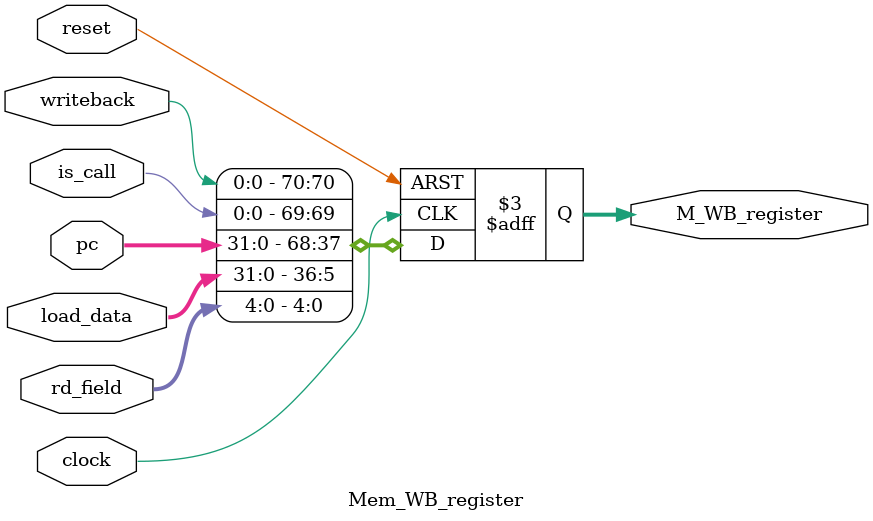
<source format=v>
`timescale 1ns / 1ps
module Mem_WB_register(clock, reset, rd_field, load_data, pc, is_call, writeback, M_WB_register);
    input clock, reset, is_call, writeback;
    input [31:0] load_data, pc;
    input [4:0] rd_field;
    output reg [70:0] M_WB_register;
    
    always @(posedge clock, posedge reset)
        if (reset==1)
            M_WB_register = 0;
        else
            M_WB_register = {writeback, is_call, pc, load_data, rd_field};
endmodule

</source>
